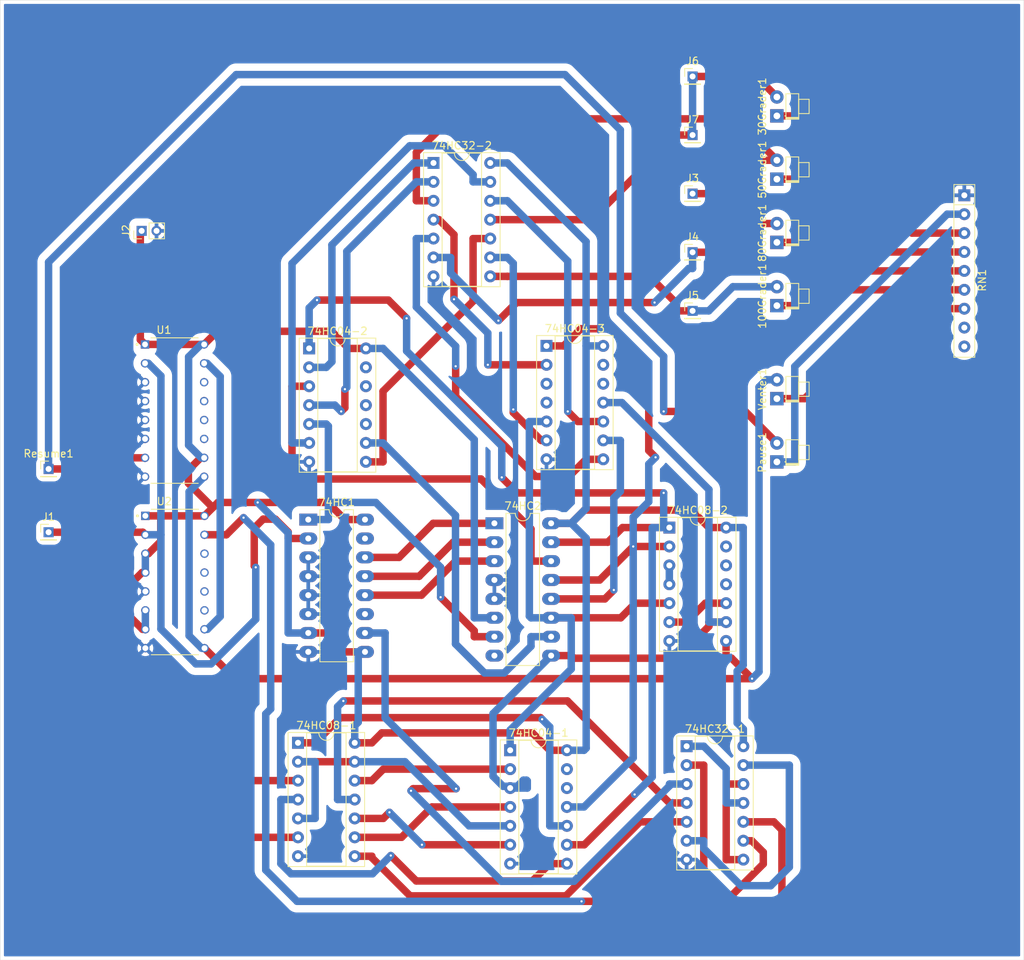
<source format=kicad_pcb>
(kicad_pcb (version 20240108) (generator "pcbnew") (generator_version "8.0")
  (layers (0 "F.Cu" signal) (31 "B.Cu" signal) (34 "B.Paste" user) (35 "F.Paste" user) (36 "B.SilkS" user "B.Silkscreen") (37 "F.SilkS" user "F.Silkscreen") (38 "B.Mask" user) (39 "F.Mask" user) (44 "Edge.Cuts" user))
  (net 0 "")
  (net 1 "/30 C")
  (net 2 "GND")
  (net 3 "/50 C")
  (net 4 "Net-(74HC1-Q2)")
  (net 5 "Net-(74HC1-CET)")
  (net 7 "+5V")
  (net 8 "/Clk 1Hz")
  (net 9 "Net-(74HC1-Q1)")
  (net 10 "Net-(74HC04-2-3A)")
  (net 11 "Net-(74HC1-Q0)")
  (net 13 "Net-(74HC04-1-5A)")
  (net 14 "Net-(74HC04-2-4A)")
  (net 15 "Net-(74HC04-1-4A)")
  (net 16 "Net-(74HC04-1-2A)")
  (net 17 "Net-(74HC04-1-1A)")
  (net 18 "Net-(74HC04-3-4A)")
  (net 19 "Net-(74HC04-2-2A)")
  (net 21 "Net-(74HC04-1-2Y)")
  (net 22 "Net-(74HC04-1-4Y)")
  (net 23 "Net-(74HC04-1-3Y)")
  (net 24 "Net-(74HC04-1-5Y)")
  (net 25 "/komparator input")
  (net 27 "Net-(74HC04-1-1Y)")
  (net 29 "Net-(74HC04-2-4Y)")
  (net 30 "Net-(74HC04-2-1Y)")
  (net 32 "Net-(74HC04-2-2Y)")
  (net 33 "Net-(74HC04-2-3Y)")
  (net 36 "Net-(74HC04-3-5Y)")
  (net 38 "Net-(74HC04-3-4Y)")
  (net 39 "Net-(74HC04-3-1Y)")
  (net 42 "Net-(74HC04-3-3Y)")
  (net 44 "Net-(74HC08-1-1Y)")
  (net 45 "Net-(74HC08-1-3Y)")
  (net 46 "Net-(74HC08-1-4Y)")
  (net 47 "Net-(74HC08-1-2Y)")
  (net 48 "Net-(74HC08-2-2Y)")
  (net 50 "Net-(74HC08-2-1Y)")
  (net 52 "Net-(74HC08-2-3Y)")
  (net 54 "Net-(74HC32-1-1A)")
  (net 55 "Net-(74HC32-1-1B)")
  (net 56 "Net-(74HC32-1-3Y)")
  (net 57 "Net-(74HC32-1-2Y)")
  (net 58 "/80 C")
  (net 59 "/100 C")
  (net 60 "/Resume")
  (net 65 "Net-(U1-TC)")
  (net 70 "Net-(30Grader1-K)")
  (net 71 "Net-(50Grader1-K)")
  (net 72 "Net-(80Grader1-K)")
  (net 73 "Net-(100Grader1-K)")
  (net 74 "Net-(Pause1-K)")
  (net 76 "Net-(RN1-R6)")
  (footprint "SN74HC163N:DIP794W45P254L1969H508Q16" (layer "F.Cu") (at 69.925 99.65)
    (property "Reference" "U1")
    (property "Value" "SN74HC163N")
  )
  (footprint "Connector_PinHeader_2.00mm:PinHeader_1x01_P2.00mm_Vertical" (layer "F.Cu") (at 53 107.5)
    (property "Reference" "Resume1")
    (property "Value" "~")
  )
  (footprint "LED_THT:LED_D1.8mm_W1.8mm_H2.4mm_Horizontal_O1.27mm_Z8.2mm" (layer "F.Cu") (at 150.825 60.05 90)
    (property "Reference" "30Grader1")
    (property "Value" "LED")
  )
  (footprint "Package_DIP:DIP-16_W7.62mm_LongPads" (layer "F.Cu") (at 87.88 114.3)
    (property "Reference" "74HC1")
    (property "Value" "~")
  )
  (footprint "Connector_PinHeader_2.00mm:PinHeader_1x01_P2.00mm_Vertical" (layer "F.Cu") (at 139.5 78.375)
    (property "Reference" "J4")
    (property "Value" "80 Grader")
  )
  (footprint "Package_DIP:DIP-14_W7.62mm_Socket" (layer "F.Cu") (at 88 91.3)
    (property "Reference" "74HC04-2")
    (property "Value" "~")
  )
  (footprint "SN74HC163N:DIP794W45P254L1969H508Q16" (layer "F.Cu") (at 69.97 122.69)
    (property "Reference" "U2")
    (property "Value" "SN74HC163N")
  )
  (footprint "Connector_PinHeader_2.00mm:PinHeader_1x01_P2.00mm_Vertical" (layer "F.Cu") (at 139.5 54.75)
    (property "Reference" "J6")
    (property "Value" "Blæser")
  )
  (footprint "LED_THT:LED_D1.8mm_W1.8mm_H2.4mm_Horizontal_O1.27mm_Z8.2mm" (layer "F.Cu") (at 150.825 106.55 90)
    (property "Reference" "Pause1")
    (property "Value" "LED")
  )
  (footprint "LED_THT:LED_D1.8mm_W1.8mm_H2.4mm_Horizontal_O1.27mm_Z8.2mm" (layer "F.Cu") (at 150.825 98.05 90)
    (property "Reference" "Venter1")
    (property "Value" "LED")
  )
  (footprint "Package_DIP:DIP-14_W7.62mm_Socket" (layer "F.Cu") (at 86.5 144.3)
    (property "Reference" "74HC08-1")
    (property "Value" "~")
  )
  (footprint "Package_DIP:DIP-14_W7.62mm_Socket" (layer "F.Cu") (at 115 145.3)
    (property "Reference" "74HC04-1")
    (property "Value" "~")
  )
  (footprint "Connector_PinHeader_2.00mm:PinHeader_1x01_P2.00mm_Vertical" (layer "F.Cu") (at 139.5 62.625)
    (property "Reference" "J7")
    (property "Value" "30 Grader")
  )
  (footprint "Connector_PinHeader_2.00mm:PinHeader_1x01_P2.00mm_Vertical" (layer "F.Cu") (at 139.5 86.25)
    (property "Reference" "J5")
    (property "Value" "100 grader")
  )
  (footprint "Connector_PinHeader_2.00mm:PinHeader_1x02_P2.00mm_Vertical" (layer "F.Cu") (at 65.5 75.5 90)
    (property "Reference" "J2")
    (property "Value" "Conn_01x02_Pin")
  )
  (footprint "Package_DIP:DIP-14_W7.62mm_Socket" (layer "F.Cu") (at 138.7 144.76)
    (property "Reference" "74HC32-1")
    (property "Value" "~")
  )
  (footprint "Connector_PinHeader_2.00mm:PinHeader_1x01_P2.00mm_Vertical" (layer "F.Cu") (at 139.5 70.5)
    (property "Reference" "J3")
    (property "Value" "50 Grader")
  )
  (footprint "Package_DIP:DIP-16_W7.62mm_LongPads" (layer "F.Cu") (at 112.88 114.8)
    (property "Reference" "74HC2")
    (property "Value" "~")
  )
  (footprint "Package_DIP:DIP-14_W7.62mm_Socket" (layer "F.Cu") (at 136.38 115.375)
    (property "Reference" "74HC08-2")
    (property "Value" "~")
  )
  (footprint "Package_DIP:DIP-14_W7.62mm_Socket" (layer "F.Cu") (at 119.88 90.96)
    (property "Reference" "74HC04-3")
    (property "Value" "~")
  )
  (footprint "LED_THT:LED_D1.8mm_W1.8mm_H2.4mm_Horizontal_O1.27mm_Z8.2mm" (layer "F.Cu") (at 150.825 85.55 90)
    (property "Reference" "100Grader1")
    (property "Value" "LED")
  )
  (footprint "LED_THT:LED_D1.8mm_W1.8mm_H2.4mm_Horizontal_O1.27mm_Z8.2mm" (layer "F.Cu") (at 150.825 68.55 90)
    (property "Reference" "50Grader1")
    (property "Value" "LED")
  )
  (footprint "Connector_PinHeader_2.00mm:PinHeader_1x01_P2.00mm_Vertical" (layer "F.Cu") (at 53 116)
    (property "Reference" "J1")
    (property "Value" "1Hz")
  )
  (footprint "Resistor_THT:R_Array_SIP9" (layer "F.Cu") (at 176 70.72 -90)
    (property "Reference" "RN1")
    (property "Value" "R_Network08")
  )
  (footprint "Package_DIP:DIP-14_W7.62mm_Socket" (layer "F.Cu") (at 104.7 66.375)
    (property "Reference" "74HC32-2")
    (property "Value" "~")
  )
  (footprint "LED_THT:LED_D1.8mm_W1.8mm_H2.4mm_Horizontal_O1.27mm_Z8.2mm" (layer "F.Cu") (at 150.825 77.05 90)
    (property "Reference" "80Grader1")
    (property "Value" "LED")
  )
  (gr_rect (start 46.5 44.5) (end 184 173.5) (stroke (width 0.05)) (fill none) (layer "Edge.Cuts"))
  (segment (start 112.32 73.995) (end 125.9533 73.995) (width 1) (layer "F.Cu") (net 1))
  (segment (start 139.5 62.625) (end 137.3233 62.625) (width 1) (layer "F.Cu") (net 1))
  (segment (start 139.5 54.75) (end 148.065 54.75) (width 1) (layer "F.Cu") (net 1))
  (segment (start 148.065 54.75) (end 150.825 57.51) (width 1) (layer "F.Cu") (net 1))
  (segment (start 125.9533 73.995) (end 137.3233 62.625) (width 1) (layer "F.Cu") (net 1))
  (segment (start 139.5 54.75) (end 139.5 62.625) (width 1) (layer "B.Cu") (net 1))
  (segment (start 102.3983 71.455) (end 102.3983 64.953) (width 1) (layer "F.Cu") (net 3))
  (segment (start 141.6767 70.5) (end 146.1667 66.01) (width 1) (layer "F.Cu") (net 3))
  (segment (start 106.903 60.4483) (end 145.2633 60.4483) (width 1) (layer "F.Cu") (net 3))
  (segment (start 102.3983 64.953) (end 106.903 60.4483) (width 1) (layer "F.Cu") (net 3))
  (segment (start 104.7 71.455) (end 102.3983 71.455) (width 1) (layer "F.Cu") (net 3))
  (segment (start 146.1667 66.01) (end 150.825 66.01) (width 1) (layer "F.Cu") (net 3))
  (segment (start 145.2633 60.4483) (end 150.825 66.01) (width 1) (layer "F.Cu") (net 3))
  (segment (start 139.5 70.5) (end 141.6767 70.5) (width 1) (layer "F.Cu") (net 3))
  (segment (start 103.0944 124.46) (end 95.5 124.46) (width 1) (layer "F.Cu") (net 4))
  (segment (start 107.6744 119.88) (end 103.0944 124.46) (width 1) (layer "F.Cu") (net 4))
  (segment (start 112.88 119.88) (end 107.6744 119.88) (width 1) (layer "F.Cu") (net 4))
  (segment (start 107.7358 150.4638) (end 107.7358 150.4637) (width 1) (layer "F.Cu") (net 5))
  (segment (start 101.6788 150.7471) (end 101.9621 150.4638) (width 1) (layer "F.Cu") (net 5))
  (segment (start 101.9621 150.4638) (end 107.7358 150.4638) (width 1) (layer "F.Cu") (net 5))
  (via (at 107.7358 150.4637) (size 0.6) (drill 0.3) (layers "F.Cu" "B.Cu") (net 5))
  (via (at 101.6788 150.7471) (size 0.6) (drill 0.3) (layers "F.Cu" "B.Cu") (net 5))
  (segment (start 123.5694 162.9068) (end 136.3983 150.0779) (width 1) (layer "B.Cu") (net 5))
  (segment (start 98.2017 140.9296) (end 107.7358 150.4637) (width 1) (layer "B.Cu") (net 5))
  (segment (start 98.2017 129.54) (end 98.2017 140.9296) (width 1) (layer "B.Cu") (net 5))
  (segment (start 113.8385 162.9068) (end 123.5694 162.9068) (width 1) (layer "B.Cu") (net 5))
  (segment (start 136.3983 150.0779) (end 136.3983 149.84) (width 1) (layer "B.Cu") (net 5))
  (segment (start 101.6788 150.7471) (end 113.8385 162.9068) (width 1) (layer "B.Cu") (net 5))
  (segment (start 95.5 129.54) (end 98.2017 129.54) (width 1) (layer "B.Cu") (net 5))
  (segment (start 138.7 149.84) (end 136.3983 149.84) (width 1) (layer "B.Cu") (net 5))
  (segment (start 66 129.04) (end 65.6123 129.04) (width 1) (layer "F.Cu") (net 7))
  (segment (start 73.895 106) (end 73.4239 106) (width 1) (layer "F.Cu") (net 7))
  (segment (start 94.12 144.3) (end 96.4217 144.3) (width 1) (layer "F.Cu") (net 7))
  (segment (start 117.9889 142.9706) (end 120.3183 145.3) (width 1) (layer "F.Cu") (net 7))
  (segment (start 95.5 114.3) (end 92.7983 114.3) (width 1) (layer "F.Cu") (net 7))
  (segment (start 92.7983 114.3) (end 90.4966 111.9983) (width 1) (layer "F.Cu") (net 7))
  (segment (start 87.88 129.54) (end 90.5817 129.54) (width 1) (layer "F.Cu") (net 7))
  (segment (start 65.551 121.42) (end 66 121.42) (width 1) (layer "F.Cu") (net 7))
  (segment (start 91.0149 88.9966) (end 75.6584 88.9966) (width 1) (layer "F.Cu") (net 7))
  (segment (start 144 115.375) (end 141.6983 115.375) (width 1) (layer "F.Cu") (net 7))
  (segment (start 65.955 90.76) (end 68.0217 90.76) (width 1) (layer "F.Cu") (net 7))
  (segment (start 63.9227 127.3504) (end 63.9227 123.0483) (width 1) (layer "F.Cu") (net 7))
  (segment (start 73.895 90.76) (end 68.0217 90.76) (width 1) (layer "F.Cu") (net 7))
  (segment (start 96.4217 144.3) (end 97.7511 142.9706) (width 1) (layer "F.Cu") (net 7))
  (segment (start 120.5 114.8) (end 123.2017 114.8) (width 1) (layer "F.Cu") (net 7))
  (segment (start 68.0667 113.8) (end 68.0667 117.2274) (width 1) (layer "F.Cu") (net 7))
  (segment (start 124.9779 113.0238) (end 139.3471 113.0238) (width 1) (layer "F.Cu") (net 7))
  (segment (start 93.3183 91.3) (end 91.0149 88.9966) (width 1) (layer "F.Cu") (net 7))
  (segment (start 90.4966 111.9983) (end 81.0852 111.9983) (width 1) (layer "F.Cu") (net 7))
  (segment (start 90.5817 129.8634) (end 90.5817 129.54) (width 1) (layer "F.Cu") (net 7))
  (segment (start 66.4141 118.88) (end 66 118.88) (width 1) (layer "F.Cu") (net 7))
  (segment (start 75.0531 112.6869) (end 73.94 113.8) (width 1) (layer "F.Cu") (net 7))
  (segment (start 95.62 91.3) (end 93.3183 91.3) (width 1) (layer "F.Cu") (net 7))
  (segment (start 95.5 132.08) (end 92.7983 132.08) (width 1) (layer "F.Cu") (net 7))
  (segment (start 73.94 113.8) (end 68.0667 113.8) (width 1) (layer "F.Cu") (net 7))
  (segment (start 65.6123 129.04) (end 63.9227 127.3504) (width 1) (layer "F.Cu") (net 7))
  (segment (start 75.6584 88.9966) (end 73.895 90.76) (width 1) (layer "F.Cu") (net 7))
  (segment (start 71.7798 109.4137) (end 75.0531 112.6869) (width 1) (layer "F.Cu") (net 7))
  (segment (start 73.4239 106) (end 71.7798 107.6441) (width 1) (layer "F.Cu") (net 7))
  (segment (start 65.955 90.76) (end 65.325 90.13) (width 1) (layer "F.Cu") (net 7))
  (segment (start 123.2017 114.8) (end 124.9779 113.0238) (width 1) (layer "F.Cu") (net 7))
  (segment (start 92.7983 132.08) (end 90.5817 129.8634) (width 1) (layer "F.Cu") (net 7))
  (segment (start 71.7798 107.6441) (end 71.7798 109.4137) (width 1) (layer "F.Cu") (net 7))
  (segment (start 75.0531 112.6869) (end 75.7417 111.9983) (width 1) (layer "F.Cu") (net 7))
  (segment (start 68.0667 117.2274) (end 66.4141 118.88) (width 1) (layer "F.Cu") (net 7))
  (segment (start 122.62 145.3) (end 120.3183 145.3) (width 1) (layer "F.Cu") (net 7))
  (segment (start 97.7511 142.9706) (end 117.9889 142.9706) (width 1) (layer "F.Cu") (net 7))
  (segment (start 66 113.8) (end 68.0667 113.8) (width 1) (layer "F.Cu") (net 7))
  (segment (start 75.7417 111.9983) (end 81.0852 111.9983) (width 1) (layer "F.Cu") (net 7))
  (segment (start 65.325 90.13) (end 65.325 75.5) (width 1) (layer "F.Cu") (net 7))
  (segment (start 139.3471 113.0238) (end 141.6983 115.375) (width 1) (layer "F.Cu") (net 7))
  (segment (start 63.9227 123.0483) (end 65.551 121.42) (width 1) (layer "F.Cu") (net 7))
  (via (at 81.0852 111.9983) (size 0.6) (drill 0.3) (layers "F.Cu" "B.Cu") (net 7))
  (segment (start 73.4798 90.76) (end 73.895 90.76) (width 1) (layer "B.Cu") (net 7))
  (segment (start 146.3017 133.851) (end 145.4887 134.664) (width 1) (layer "B.Cu") (net 7))
  (segment (start 125.1983 112.8034) (end 123.2017 114.8) (width 1) (layer "B.Cu") (net 7))
  (segment (start 114.6217 66.375) (end 125.1983 76.9516) (width 1) (layer "B.Cu") (net 7))
  (segment (start 95.5 132.08) (end 94.3797 132.08) (width 1) (layer "B.Cu") (net 7))
  (segment (start 123.2002 114.8) (end 125.2104 116.8102) (width 1) (layer "B.Cu") (net 7))
  (segment (start 87.88 129.54) (end 85.1783 129.54) (width 1) (layer "B.Cu") (net 7))
  (segment (start 71.8084 92.4314) (end 73.4798 90.76) (width 1) (layer "B.Cu") (net 7))
  (segment (start 146.32 144.76) (end 146.32 142.4583) (width 1) (layer "B.Cu") (net 7))
  (segment (start 71.8084 104.3006) (end 71.8084 92.4314) (width 1) (layer "B.Cu") (net 7))
  (segment (start 95.62 91.3) (end 97.9217 91.3) (width 1) (layer "B.Cu") (net 7))
  (segment (start 125.2104 145.0113) (end 124.9217 145.3) (width 1) (layer "B.Cu") (net 7))
  (segment (start 94.12 141.9983) (end 94.5928 141.5255) (width 1) (layer "B.Cu") (net 7))
  (segment (start 112.32 66.375) (end 114.6217 66.375) (width 1) (layer "B.Cu") (net 7))
  (segment (start 144 115.375) (end 146.3017 115.375) (width 1) (layer "B.Cu") (net 7))
  (segment (start 125.1983 90.96) (end 125.1983 112.8034) (width 1) (layer "B.Cu") (net 7))
  (segment (start 125.1983 76.9516) (end 125.1983 90.96) (width 1) (layer "B.Cu") (net 7))
  (segment (start 73.895 106) (end 73.5078 106) (width 1) (layer "B.Cu") (net 7))
  (segment (start 123.2002 114.8) (end 123.2017 114.8) (width 1) (layer "B.Cu") (net 7))
  (segment (start 66 129.04) (end 66 126.5) (width 1) (layer "B.Cu") (net 7))
  (segment (start 122.62 145.3) (end 124.9217 145.3) (width 1) (layer "B.Cu") (net 7))
  (segment (start 94.12 144.3) (end 94.12 141.9983) (width 1) (layer "B.Cu") (net 7))
  (segment (start 146.3017 115.375) (end 146.3017 133.851) (width 1) (layer "B.Cu") (net 7))
  (segment (start 94.5928 132.2931) (end 94.3797 132.08) (width 1) (layer "B.Cu") (net 7))
  (segment (start 127.5 90.96) (end 125.1983 90.96) (width 1) (layer "B.Cu") (net 7))
  (segment (start 122.7009 114.8) (end 123.2002 114.8) (width 1) (layer "B.Cu") (net 7))
  (segment (start 110.1783 103.5587) (end 110.1783 127.5) (width 1) (layer "B.Cu") (net 7))
  (segment (start 97.9217 91.3) (end 97.9217 91.3021) (width 1) (layer "B.Cu") (net 7))
  (segment (start 145.4887 134.664) (end 145.4887 141.627) (width 1) (layer "B.Cu") (net 7))
  (segment (start 94.5928 141.5255) (end 94.5928 132.2931) (width 1) (layer "B.Cu") (net 7))
  (segment (start 97.9217 91.3021) (end 110.1783 103.5587) (width 1) (layer "B.Cu") (net 7))
  (segment (start 145.4887 141.627) (end 146.32 142.4583) (width 1) (layer "B.Cu") (net 7))
  (segment (start 73.5078 106) (end 71.8084 104.3006) (width 1) (layer "B.Cu") (net 7))
  (segment (start 85.1783 129.54) (end 85.1783 116.0914) (width 1) (layer "B.Cu") (net 7))
  (segment (start 66 121.42) (end 66 118.88) (width 1) (layer "B.Cu") (net 7))
  (segment (start 85.1783 116.0914) (end 81.0852 111.9983) (width 1) (layer "B.Cu") (net 7))
  (segment (start 120.5 114.8) (end 122.7009 114.8) (width 1) (layer "B.Cu") (net 7))
  (segment (start 125.2104 116.8102) (end 125.2104 145.0113) (width 1) (layer "B.Cu") (net 7))
  (segment (start 112.88 127.5) (end 110.1783 127.5) (width 1) (layer "B.Cu") (net 7))
  (segment (start 85.1783 115.9651) (end 85.1783 116.84) (width 1) (layer "F.Cu") (net 8))
  (segment (start 87.88 116.84) (end 85.1783 116.84) (width 1) (layer "F.Cu") (net 8))
  (segment (start 80.8253 120.7171) (end 80.6244 120.5162) (width 1) (layer "F.Cu") (net 8))
  (segment (start 65.66 116) (end 66 116.34) (width 1) (layer "F.Cu") (net 8))
  (segment (start 83.4565 114.2433) (end 85.1783 115.9651) (width 1) (layer "F.Cu") (net 8))
  (segment (start 80.6244 115.4349) (end 81.816 114.2433) (width 1) (layer "F.Cu") (net 8))
  (segment (start 80.6244 120.5162) (end 80.6244 115.4349) (width 1) (layer "F.Cu") (net 8))
  (segment (start 81.816 114.2433) (end 83.4565 114.2433) (width 1) (layer "F.Cu") (net 8))
  (segment (start 53 116) (end 65.66 116) (width 1) (layer "F.Cu") (net 8))
  (via (at 80.8253 120.7171) (size 0.6) (drill 0.3) (layers "F.Cu" "B.Cu") (net 8))
  (segment (start 80.8253 127.6943) (end 74.8276 133.692) (width 1) (layer "B.Cu") (net 8))
  (segment (start 72.7815 133.692) (end 68.0895 129) (width 1) (layer "B.Cu") (net 8))
  (segment (start 74.8276 133.692) (end 72.7815 133.692) (width 1) (layer "B.Cu") (net 8))
  (segment (start 68.0895 129) (end 68.0895 116.34) (width 1) (layer "B.Cu") (net 8))
  (segment (start 68.0895 116.34) (end 68.0895 94.9941) (width 1) (layer "B.Cu") (net 8))
  (segment (start 80.8253 120.7171) (end 80.8253 127.6943) (width 1) (layer "B.Cu") (net 8))
  (segment (start 66.3954 93.3) (end 65.955 93.3) (width 1) (layer "B.Cu") (net 8))
  (segment (start 66 116.34) (end 68.0895 116.34) (width 1) (layer "B.Cu") (net 8))
  (segment (start 68.0895 94.9941) (end 66.3954 93.3) (width 1) (layer "B.Cu") (net 8))
  (segment (start 107.3578 117.34) (end 112.88 117.34) (width 1) (layer "F.Cu") (net 9))
  (segment (start 102.7778 121.92) (end 107.3578 117.34) (width 1) (layer "F.Cu") (net 9))
  (segment (start 95.5 121.92) (end 102.7778 121.92) (width 1) (layer "F.Cu") (net 9))
  (segment (start 110.1783 129.2526) (end 105.6554 124.7297) (width 1) (layer "F.Cu") (net 10))
  (segment (start 110.1783 130.04) (end 110.1783 129.2526) (width 1) (layer "F.Cu") (net 10))
  (segment (start 112.88 130.04) (end 110.1783 130.04) (width 1) (layer "F.Cu") (net 10))
  (via (at 105.6554 124.7297) (size 0.6) (drill 0.3) (layers "F.Cu" "B.Cu") (net 10))
  (segment (start 96.9415 111.9966) (end 90.5817 111.9966) (width 1) (layer "B.Cu") (net 10))
  (segment (start 87.88 114.3) (end 90.5817 114.3) (width 1) (layer "B.Cu") (net 10))
  (segment (start 105.6554 124.7297) (end 105.6554 120.7105) (width 1) (layer "B.Cu") (net 10))
  (segment (start 105.6554 120.7105) (end 96.9415 111.9966) (width 1) (layer "B.Cu") (net 10))
  (segment (start 90.5817 114.3) (end 90.5817 111.9966) (width 1) (layer "B.Cu") (net 10))
  (segment (start 90.5817 111.9966) (end 90.5817 101.74) (width 1) (layer "B.Cu") (net 10))
  (segment (start 88 101.46) (end 90.3017 101.46) (width 1) (layer "B.Cu") (net 10))
  (segment (start 90.5817 101.74) (end 90.3017 101.46) (width 1) (layer "B.Cu") (net 10))
  (segment (start 104.6603 114.8) (end 112.88 114.8) (width 1) (layer "F.Cu") (net 11))
  (segment (start 95.5 119.38) (end 100.0803 119.38) (width 1) (layer "F.Cu") (net 11))
  (segment (start 100.0803 119.38) (end 104.6603 114.8) (width 1) (layer "F.Cu") (net 11))
  (segment (start 131.5281 117.915) (end 136.38 117.915) (width 1) (layer "F.Cu") (net 13))
  (segment (start 127.0231 122.42) (end 131.5281 117.915) (width 1) (layer "F.Cu") (net 13))
  (segment (start 122.1817 90.96) (end 124.4845 88.6572) (width 1) (layer "F.Cu") (net 13))
  (segment (start 124.4845 88.6572) (end 128.4841 88.6572) (width 1) (layer "F.Cu") (net 13))
  (segment (start 133.6153 105.0182) (end 134.529 105.9319) (width 1) (layer "F.Cu") (net 13))
  (segment (start 120.5 122.42) (end 127.0231 122.42) (width 1) (layer "F.Cu") (net 13))
  (segment (start 133.6153 93.7884) (end 133.6153 105.0182) (width 1) (layer "F.Cu") (net 13))
  (segment (start 119.88 90.96) (end 122.1817 90.96) (width 1) (layer "F.Cu") (net 13))
  (segment (start 128.4841 88.6572) (end 133.6153 93.7884) (width 1) (layer "F.Cu") (net 13))
  (via (at 131.5281 117.915) (size 0.6) (drill 0.3) (layers "F.Cu" "B.Cu") (net 13))
  (via (at 134.529 105.9319) (size 0.6) (drill 0.3) (layers "F.Cu" "B.Cu") (net 13))
  (segment (start 133.6153 111.8959) (end 131.5281 113.9831) (width 1) (layer "B.Cu") (net 13))
  (segment (start 131.5281 146.3136) (end 131.5281 117.915) (width 1) (layer "B.Cu") (net 13))
  (segment (start 124.9217 152.92) (end 131.5281 146.3136) (width 1) (layer "B.Cu") (net 13))
  (segment (start 134.529 105.9319) (end 133.6153 106.8456) (width 1) (layer "B.Cu") (net 13))
  (segment (start 133.6153 106.8456) (end 133.6153 111.8959) (width 1) (layer "B.Cu") (net 13))
  (segment (start 131.5281 113.9831) (end 131.5281 117.915) (width 1) (layer "B.Cu") (net 13))
  (segment (start 122.62 152.92) (end 124.9217 152.92) (width 1) (layer "B.Cu") (net 13))
  (segment (start 107.6571 113.7354) (end 97.9217 104) (width 1) (layer "B.Cu") (net 14))
  (segment (start 117.7983 130.04) (end 117.7983 131.3215) (width 1) (layer "B.Cu") (net 14))
  (segment (start 107.6571 131.0139) (end 107.6571 113.7354) (width 1) (layer "B.Cu") (net 14))
  (segment (start 111.5621 134.9189) (end 107.6571 131.0139) (width 1) (layer "B.Cu") (net 14))
  (segment (start 117.7983 131.3215) (end 114.2009 134.9189) (width 1) (layer "B.Cu") (net 14))
  (segment (start 114.2009 134.9189) (end 111.5621 134.9189) (width 1) (layer "B.Cu") (net 14))
  (segment (start 95.62 104) (end 97.9217 104) (width 1) (layer "B.Cu") (net 14))
  (segment (start 120.5 130.04) (end 117.7983 130.04) (width 1) (layer "B.Cu") (net 14))
  (segment (start 135.617 110.7156) (end 115.9559 110.7156) (width 1) (layer "F.Cu") (net 15))
  (segment (start 98.6409 84.8023) (end 89.0554 84.8023) (width 1) (layer "F.Cu") (net 15))
  (segment (start 128.1221 117.34) (end 130.0871 115.375) (width 1) (layer "F.Cu") (net 15))
  (segment (start 120.5 117.34) (end 128.1221 117.34) (width 1) (layer "F.Cu") (net 15))
  (segment (start 124.9561 158) (end 131.7148 151.2413) (width 1) (layer "F.Cu") (net 15))
  (segment (start 130.0871 115.375) (end 136.38 115.375) (width 1) (layer "F.Cu") (net 15))
  (segment (start 115.9559 110.7156) (end 113.8698 108.6295) (width 1) (layer "F.Cu") (net 15))
  (segment (start 122.62 158) (end 124.9561 158) (width 1) (layer "F.Cu") (net 15))
  (segment (start 101.0907 87.2521) (end 98.6409 84.8023) (width 1) (layer "F.Cu") (net 15))
  (via (at 131.7148 151.2413) (size 0.6) (drill 0.3) (layers "F.Cu" "B.Cu") (net 15))
  (via (at 113.8698 108.6295) (size 0.6) (drill 0.3) (layers "F.Cu" "B.Cu") (net 15))
  (via (at 135.617 110.7156) (size 0.6) (drill 0.3) (layers "F.Cu" "B.Cu") (net 15))
  (via (at 101.0907 87.2521) (size 0.6) (drill 0.3) (layers "F.Cu" "B.Cu") (net 15))
  (via (at 89.0554 84.8023) (size 0.6) (drill 0.3) (layers "F.Cu" "B.Cu") (net 15))
  (segment (start 113.8698 108.6295) (end 113.8698 104.4194) (width 1) (layer "B.Cu") (net 15))
  (segment (start 136.38 115.375) (end 135.2292 115.375) (width 1) (layer "B.Cu") (net 15))
  (segment (start 88 85.8577) (end 88 91.3) (width 1) (layer "B.Cu") (net 15))
  (segment (start 134.0783 148.8778) (end 134.0783 115.375) (width 1) (layer "B.Cu") (net 15))
  (segment (start 135.2292 115.375) (end 135.617 114.9872) (width 1) (layer "B.Cu") (net 15))
  (segment (start 135.617 114.9872) (end 135.617 110.7156) (width 1) (layer "B.Cu") (net 15))
  (segment (start 101.0907 91.6403) (end 101.0907 87.2521) (width 1) (layer "B.Cu") (net 15))
  (segment (start 89.0554 84.8023) (end 88 85.8577) (width 1) (layer "B.Cu") (net 15))
  (segment (start 135.2292 115.375) (end 134.0783 115.375) (width 1) (layer "B.Cu") (net 15))
  (segment (start 113.8698 104.4194) (end 101.0907 91.6403) (width 1) (layer "B.Cu") (net 15))
  (segment (start 131.7148 151.2413) (end 134.0783 148.8778) (width 1) (layer "B.Cu") (net 15))
  (segment (start 144 128.075) (end 141.6983 128.075) (width 1) (layer "F.Cu") (net 16))
  (segment (start 141.6983 128.075) (end 141.6983 128.636) (width 1) (layer "F.Cu") (net 16))
  (segment (start 137.4025 132.9318) (end 123.5535 132.9318) (width 1) (layer "F.Cu") (net 16))
  (segment (start 120.5 132.58) (end 123.2017 132.58) (width 1) (layer "F.Cu") (net 16))
  (segment (start 141.6983 128.636) (end 137.4025 132.9318) (width 1) (layer "F.Cu") (net 16))
  (segment (start 123.5535 132.9318) (end 123.2017 132.58) (width 1) (layer "F.Cu") (net 16))
  (segment (start 115.9534 150.1417) (end 116.7787 149.3164) (width 1) (layer "B.Cu") (net 16))
  (segment (start 144 128.075) (end 141.6983 128.075) (width 1) (layer "B.Cu") (net 16))
  (segment (start 112.6983 140.3817) (end 112.6983 148.7934) (width 1) (layer "B.Cu") (net 16))
  (segment (start 112.6983 148.7934) (end 114.0466 150.1417) (width 1) (layer "B.Cu") (net 16))
  (segment (start 115 150.38) (end 117.3017 150.38) (width 1) (layer "B.Cu") (net 16))
  (segment (start 120.5 132.58) (end 112.6983 140.3817) (width 1) (layer "B.Cu") (net 16))
  (segment (start 130.008 98.58) (end 129.8017 98.58) (width 1) (layer "B.Cu") (net 16))
  (segment (start 141.6983 110.2703) (end 130.008 98.58) (width 1) (layer "B.Cu") (net 16))
  (segment (start 141.6983 128.075) (end 141.6983 110.2703) (width 1) (layer "B.Cu") (net 16))
  (segment (start 117.3017 149.4254) (end 117.3017 150.38) (width 1) (layer "B.Cu") (net 16))
  (segment (start 127.5 98.58) (end 129.8017 98.58) (width 1) (layer "B.Cu") (net 16))
  (segment (start 116.7787 149.3164) (end 117.1927 149.3164) (width 1) (layer "B.Cu") (net 16))
  (segment (start 117.1927 149.3164) (end 117.3017 149.4254) (width 1) (layer "B.Cu") (net 16))
  (segment (start 114.0466 150.1417) (end 115.9534 150.1417) (width 1) (layer "B.Cu") (net 16))
  (segment (start 129.8571 127.5) (end 131.8221 125.535) (width 1) (layer "F.Cu") (net 17))
  (segment (start 131.8221 125.535) (end 136.38 125.535) (width 1) (layer "F.Cu") (net 17))
  (segment (start 120.5 127.5) (end 129.8571 127.5) (width 1) (layer "F.Cu") (net 17))
  (segment (start 120.6508 127.5) (end 123.2017 127.5) (width 1) (layer "B.Cu") (net 17))
  (segment (start 117.5783 127.28) (end 117.5783 101.12) (width 1) (layer "B.Cu") (net 17))
  (segment (start 123.2017 134.3793) (end 115 142.581) (width 1) (layer "B.Cu") (net 17))
  (segment (start 117.7983 127.5) (end 117.5783 127.28) (width 1) (layer "B.Cu") (net 17))
  (segment (start 119.88 101.12) (end 117.5783 101.12) (width 1) (layer "B.Cu") (net 17))
  (segment (start 120.5 127.5) (end 117.7983 127.5) (width 1) (layer "B.Cu") (net 17))
  (segment (start 123.2017 127.5) (end 123.2017 134.3793) (width 1) (layer "B.Cu") (net 17))
  (segment (start 120.6508 127.5) (end 120.5 127.5) (width 1) (layer "B.Cu") (net 17))
  (segment (start 115 142.581) (end 115 145.3) (width 1) (layer "B.Cu") (net 17))
  (segment (start 127.7239 124.96) (end 128.9222 123.7617) (width 1) (layer "F.Cu") (net 18))
  (segment (start 120.5 124.96) (end 127.7239 124.96) (width 1) (layer "F.Cu") (net 18))
  (via (at 128.9222 123.7617) (size 0.6) (drill 0.3) (layers "F.Cu" "B.Cu") (net 18))
  (segment (start 129.8017 110.507) (end 128.9222 111.3865) (width 1) (layer "B.Cu") (net 18))
  (segment (start 128.9222 111.3865) (end 128.9222 123.7617) (width 1) (layer "B.Cu") (net 18))
  (segment (start 129.8017 103.66) (end 129.8017 110.507) (width 1) (layer "B.Cu") (net 18))
  (segment (start 127.5 103.66) (end 129.8017 103.66) (width 1) (layer "B.Cu") (net 18))
  (segment (start 111.0782 108.8417) (end 87.0466 108.8417) (width 1) (layer "F.Cu") (net 19))
  (segment (start 87.0466 108.8417) (end 85.6983 107.4934) (width 1) (layer "F.Cu") (net 19))
  (segment (start 117.7983 115.5618) (end 111.0782 108.8417) (width 1) (layer "F.Cu") (net 19))
  (segment (start 85.6983 107.4934) (end 85.6983 96.38) (width 1) (layer "F.Cu") (net 19))
  (segment (start 88 96.38) (end 85.6983 96.38) (width 1) (layer "F.Cu") (net 19))
  (segment (start 117.7983 119.88) (end 117.7983 115.5618) (width 1) (layer "F.Cu") (net 19))
  (segment (start 120.5 119.88) (end 117.7983 119.88) (width 1) (layer "F.Cu") (net 19))
  (segment (start 100.4136 157) (end 94.12 157) (width 1) (layer "F.Cu") (net 21))
  (segment (start 104.4936 152.92) (end 100.4136 157) (width 1) (layer "F.Cu") (net 21))
  (segment (start 115 152.92) (end 104.4936 152.92) (width 1) (layer "F.Cu") (net 21))
  (segment (start 117.9913 162.867) (end 120.3183 160.54) (width 1) (layer "F.Cu") (net 22))
  (segment (start 102.3835 162.867) (end 117.9913 162.867) (width 1) (layer "F.Cu") (net 22))
  (segment (start 122.62 160.54) (end 120.3183 160.54) (width 1) (layer "F.Cu") (net 22))
  (segment (start 98.9638 159.4473) (end 102.3835 162.867) (width 1) (layer "F.Cu") (net 22))
  (via (at 98.9638 159.4473) (size 0.6) (drill 0.3) (layers "F.Cu" "B.Cu") (net 22))
  (segment (start 84.1983 160.538) (end 85.5628 161.9025) (width 1) (layer "B.Cu") (net 22))
  (segment (start 84.1983 151.92) (end 84.1983 160.538) (width 1) (layer "B.Cu") (net 22))
  (segment (start 86.5 151.92) (end 84.1983 151.92) (width 1) (layer "B.Cu") (net 22))
  (segment (start 85.5628 161.9025) (end 96.5086 161.9025) (width 1) (layer "B.Cu") (net 22))
  (segment (start 96.5086 161.9025) (end 98.9638 159.4473) (width 1) (layer "B.Cu") (net 22))
  (segment (start 97.9653 154.46) (end 98.7863 153.639) (width 1) (layer "F.Cu") (net 23))
  (segment (start 94.12 154.46) (end 97.9653 154.46) (width 1) (layer "F.Cu") (net 23))
  (segment (start 115 158) (end 103.1473 158) (width 1) (layer "F.Cu") (net 23))
  (via (at 98.7863 153.639) (size 0.6) (drill 0.3) (layers "F.Cu" "B.Cu") (net 23))
  (via (at 103.1473 158) (size 0.6) (drill 0.3) (layers "F.Cu" "B.Cu") (net 23))
  (segment (start 98.7863 153.639) (end 103.1473 158) (width 1) (layer "B.Cu") (net 23))
  (segment (start 88.8017 144.3) (end 92.1826 140.9191) (width 1) (layer "F.Cu") (net 24))
  (segment (start 119.071 140.9191) (end 119.2875 141.1356) (width 1) (layer "F.Cu") (net 24))
  (segment (start 92.1826 140.9191) (end 119.071 140.9191) (width 1) (layer "F.Cu") (net 24))
  (segment (start 86.5 144.3) (end 88.8017 144.3) (width 1) (layer "F.Cu") (net 24))
  (via (at 119.2875 141.1356) (size 0.6) (drill 0.3) (layers "F.Cu" "B.Cu") (net 24))
  (segment (start 120.3183 155.46) (end 120.3183 142.1664) (width 1) (layer "B.Cu") (net 24))
  (segment (start 120.3183 142.1664) (end 119.2875 141.1356) (width 1) (layer "B.Cu") (net 24))
  (segment (start 122.62 155.46) (end 120.3183 155.46) (width 1) (layer "B.Cu") (net 24))
  (segment (start 94.12 146.84) (end 86.5 146.84) (width 1) (layer "F.Cu") (net 25))
  (segment (start 109.4866 155.46) (end 100.8666 146.84) (width 1) (layer "B.Cu") (net 25))
  (segment (start 100.8666 146.84) (end 94.12 146.84) (width 1) (layer "B.Cu") (net 25))
  (segment (start 86.5 154.46) (end 88.8017 154.46) (width 1) (layer "B.Cu") (net 25))
  (segment (start 86.5 146.84) (end 88.8017 146.84) (width 1) (layer "B.Cu") (net 25))
  (segment (start 88.8017 154.46) (end 88.8017 146.84) (width 1) (layer "B.Cu") (net 25))
  (segment (start 115 155.46) (end 109.4866 155.46) (width 1) (layer "B.Cu") (net 25))
  (segment (start 97.9617 147.84) (end 96.4217 149.38) (width 1) (layer "F.Cu") (net 27))
  (segment (start 115 147.84) (end 97.9617 147.84) (width 1) (layer "F.Cu") (net 27))
  (segment (start 94.12 149.38) (end 96.4217 149.38) (width 1) (layer "F.Cu") (net 27))
  (segment (start 112.32 76.535) (end 110.0183 76.535) (width 1) (layer "F.Cu") (net 29))
  (segment (start 110.0183 84.9589) (end 110.0183 76.535) (width 1) (layer "F.Cu") (net 29))
  (segment (start 97.9217 106.54) (end 97.9217 97.0555) (width 1) (layer "F.Cu") (net 29))
  (segment (start 95.62 106.54) (end 97.9217 106.54) (width 1) (layer "F.Cu") (net 29))
  (segment (start 97.9217 97.0555) (end 110.0183 84.9589) (width 1) (layer "F.Cu") (net 29))
  (segment (start 91.0571 77.385) (end 102.0671 66.375) (width 1) (layer "B.Cu") (net 30))
  (segment (start 88 93.84) (end 90.3017 93.84) (width 1) (layer "B.Cu") (net 30))
  (segment (start 91.0571 93.0846) (end 91.0571 77.385) (width 1) (layer "B.Cu") (net 30))
  (segment (start 102.0671 66.375) (end 104.7 66.375) (width 1) (layer "B.Cu") (net 30))
  (segment (start 90.3017 93.84) (end 91.0571 93.0846) (width 1) (layer "B.Cu") (net 30))
  (segment (start 92.7993 96.7739) (end 92.7993 99.2709) (width 1) (layer "F.Cu") (net 32))
  (segment (start 92.7993 99.2709) (end 92.3034 99.7668) (width 1) (layer "F.Cu") (net 32))
  (via (at 92.7993 96.7739) (size 0.6) (drill 0.3) (layers "F.Cu" "B.Cu") (net 32))
  (via (at 92.3034 99.7668) (size 0.6) (drill 0.3) (layers "F.Cu" "B.Cu") (net 32))
  (segment (start 104.7 68.915) (end 102.3983 68.915) (width 1) (layer "B.Cu") (net 32))
  (segment (start 88 98.92) (end 91.4566 98.92) (width 1) (layer "B.Cu") (net 32))
  (segment (start 93.0588 78.2545) (end 102.3983 68.915) (width 1) (layer "B.Cu") (net 32))
  (segment (start 92.7993 96.7739) (end 93.0588 96.5144) (width 1) (layer "B.Cu") (net 32))
  (segment (start 93.0588 96.5144) (end 93.0588 78.2545) (width 1) (layer "B.Cu") (net 32))
  (segment (start 91.4566 98.92) (end 92.3034 99.7668) (width 1) (layer "B.Cu") (net 32))
  (segment (start 110.0183 68.915) (end 110.0183 67.9497) (width 1) (layer "B.Cu") (net 33))
  (segment (start 110.0183 67.9497) (end 106.1376 64.069) (width 1) (layer "B.Cu") (net 33))
  (segment (start 101.5089 64.069) (end 85.6983 79.8796) (width 1) (layer "B.Cu") (net 33))
  (segment (start 85.6983 79.8796) (end 85.6983 104) (width 1) (layer "B.Cu") (net 33))
  (segment (start 106.1376 64.069) (end 101.5089 64.069) (width 1) (layer "B.Cu") (net 33))
  (segment (start 112.32 68.915) (end 110.0183 68.915) (width 1) (layer "B.Cu") (net 33))
  (segment (start 88 104) (end 85.6983 104) (width 1) (layer "B.Cu") (net 33))
  (segment (start 127.5 101.12) (end 124.0875 101.12) (width 1) (layer "F.Cu") (net 36))
  (segment (start 124.0875 101.12) (end 122.7343 99.7668) (width 1) (layer "F.Cu") (net 36))
  (via (at 122.7343 99.7668) (size 0.6) (drill 0.3) (layers "F.Cu" "B.Cu") (net 36))
  (segment (start 122.7343 79.5676) (end 114.6217 71.455) (width 1) (layer "B.Cu") (net 36))
  (segment (start 112.32 71.455) (end 114.6217 71.455) (width 1) (layer "B.Cu") (net 36))
  (segment (start 122.7343 99.7668) (end 122.7343 79.5676) (width 1) (layer "B.Cu") (net 36))
  (segment (start 127.5 106.2) (end 125.1983 106.2) (width 1) (layer "F.Cu") (net 38))
  (segment (start 122.8852 108.5131) (end 118.4206 108.5131) (width 1) (layer "F.Cu") (net 38))
  (segment (start 118.4206 108.5131) (end 107.6782 97.7707) (width 1) (layer "F.Cu") (net 38))
  (segment (start 107.6782 97.7707) (end 107.6782 93.6925) (width 1) (layer "F.Cu") (net 38))
  (segment (start 125.1983 106.2) (end 122.8852 108.5131) (width 1) (layer "F.Cu") (net 38))
  (via (at 107.6782 93.6925) (size 0.6) (drill 0.3) (layers "F.Cu" "B.Cu") (net 38))
  (segment (start 102.3983 76.535) (end 102.3983 85.7289) (width 1) (layer "B.Cu") (net 38))
  (segment (start 102.3983 85.7289) (end 107.6782 91.0088) (width 1) (layer "B.Cu") (net 38))
  (segment (start 107.6782 91.0088) (end 107.6782 93.6925) (width 1) (layer "B.Cu") (net 38))
  (segment (start 104.7 76.535) (end 102.3983 76.535) (width 1) (layer "B.Cu") (net 38))
  (segment (start 105.4317 73.995) (end 104.7 73.995) (width 1) (layer "F.Cu") (net 39))
  (segment (start 107.4534 76.0167) (end 105.4317 73.995) (width 1) (layer "F.Cu") (net 39))
  (segment (start 107.4534 84.6929) (end 107.4534 76.0167) (width 1) (layer "F.Cu") (net 39))
  (segment (start 112 93.5) (end 119.88 93.5) (width 1) (layer "F.Cu") (net 39))
  (via (at 107.4534 84.6929) (size 0.6) (drill 0.3) (layers "F.Cu" "B.Cu") (net 39))
  (via (at 112 93.5) (size 0.6) (drill 0.3) (layers "F.Cu" "B.Cu") (net 39))
  (segment (start 112 93.5) (end 112 89.2395) (width 1) (layer "B.Cu") (net 39))
  (segment (start 112 89.2395) (end 107.4534 84.6929) (width 1) (layer "B.Cu") (net 39))
  (segment (start 119.167308 103.66) (end 119.88 103.66) (width 1) (layer "F.Cu") (net 42))
  (segment (start 115.4186 99.911292) (end 119.167308 103.66) (width 1) (layer "F.Cu") (net 42))
  (segment (start 115.4186 99.5) (end 115.4186 99.911292) (width 1) (layer "F.Cu") (net 42))
  (via (at 115.4186 99.5) (size 0.6) (drill 0.3) (layers "F.Cu" "B.Cu") (net 42))
  (segment (start 115.4186 99.5) (end 115.4186 79.8719) (width 1) (layer "B.Cu") (net 42))
  (segment (start 114.6217 79.075) (end 112.32 79.075) (width 1) (layer "B.Cu") (net 42))
  (segment (start 115.4186 79.8719) (end 114.6217 79.075) (width 1) (layer "B.Cu") (net 42))
  (segment (start 73.5 150.5) (end 74.62 149.38) (width 1) (layer "F.Cu") (net 44))
  (segment (start 146.32 154.92) (end 150.42 154.92) (width 1) (layer "F.Cu") (net 44))
  (segment (start 84 171.5) (end 73.5 161) (width 1) (layer "F.Cu") (net 44))
  (segment (start 150.42 154.92) (end 151.5 156) (width 1) (layer "F.Cu") (net 44))
  (segment (start 74.62 149.38) (end 86.5 149.38) (width 1) (layer "F.Cu") (net 44))
  (segment (start 151.5 156) (end 151.5 165) (width 1) (layer "F.Cu") (net 44))
  (segment (start 145 171.5) (end 84 171.5) (width 1) (layer "F.Cu") (net 44))
  (segment (start 151.5 165) (end 145 171.5) (width 1) (layer "F.Cu") (net 44))
  (segment (start 73.5 161) (end 73.5 150.5) (width 1) (layer "F.Cu") (net 44))
  (segment (start 96.4217 159.736) (end 96.4217 159.54) (width 1) (layer "F.Cu") (net 45))
  (segment (start 138.7 154.92) (end 132.4371 154.92) (width 1) (layer "F.Cu") (net 45))
  (segment (start 94.12 159.54) (end 96.4217 159.54) (width 1) (layer "F.Cu") (net 45))
  (segment (start 132.4371 154.92) (end 122.4884 164.8687) (width 1) (layer "F.Cu") (net 45))
  (segment (start 122.4884 164.8687) (end 101.5544 164.8687) (width 1) (layer "F.Cu") (net 45))
  (segment (start 101.5544 164.8687) (end 96.4217 159.736) (width 1) (layer "F.Cu") (net 45))
  (segment (start 92.5911 138.6745) (end 122.6928 138.6745) (width 1) (layer "F.Cu") (net 46))
  (segment (start 122.6928 138.6745) (end 136.3983 152.38) (width 1) (layer "F.Cu") (net 46))
  (segment (start 138.7 152.38) (end 136.3983 152.38) (width 1) (layer "F.Cu") (net 46))
  (via (at 92.5911 138.6745) (size 0.6) (drill 0.3) (layers "F.Cu" "B.Cu") (net 46))
  (segment (start 94.12 151.92) (end 91.8183 151.92) (width 1) (layer "B.Cu") (net 46))
  (segment (start 91.8183 151.92) (end 91.8183 139.4473) (width 1) (layer "B.Cu") (net 46))
  (segment (start 91.8183 139.4473) (end 92.5911 138.6745) (width 1) (layer "B.Cu") (net 46))
  (segment (start 83.835786 167.835786) (end 75.5 159.5) (width 1) (layer "F.Cu") (net 47))
  (segment (start 76.5 157) (end 86.5 157) (width 1) (layer "F.Cu") (net 47))
  (segment (start 75.5 159.5) (end 75.5 158) (width 1) (layer "F.Cu") (net 47))
  (segment (start 141.736906 167.835786) (end 83.835786 167.835786) (width 1) (layer "F.Cu") (net 47))
  (segment (start 149 160.572692) (end 141.736906 167.835786) (width 1) (layer "F.Cu") (net 47))
  (segment (start 75.5 158) (end 76.5 157) (width 1) (layer "F.Cu") (net 47))
  (segment (start 149 159.00863) (end 149 160.572692) (width 1) (layer "F.Cu") (net 47))
  (segment (start 147.45137 157.46) (end 149 159.00863) (width 1) (layer "F.Cu") (net 47))
  (segment (start 146.32 157.46) (end 147.45137 157.46) (width 1) (layer "F.Cu") (net 47))
  (segment (start 141.2217 125.535) (end 138.6817 128.075) (width 1) (layer "F.Cu") (net 48))
  (segment (start 144 125.535) (end 141.2217 125.535) (width 1) (layer "F.Cu") (net 48))
  (segment (start 136.38 128.075) (end 138.6817 128.075) (width 1) (layer "F.Cu") (net 48))
  (segment (start 136.38 122.995) (end 136.38 120.455) (width 1) (layer "B.Cu") (net 50))
  (segment (start 73.94 131.58) (end 78.0416 135.6816) (width 1) (layer "F.Cu") (net 52))
  (segment (start 144.7255 132.9167) (end 147.4904 135.6816) (width 1) (layer "F.Cu") (net 52))
  (segment (start 144 130.615) (end 144 132.9167) (width 1) (layer "F.Cu") (net 52))
  (segment (start 78.0416 135.6816) (end 147.4904 135.6816) (width 1) (layer "F.Cu") (net 52))
  (segment (start 144 132.9167) (end 144.7255 132.9167) (width 1) (layer "F.Cu") (net 52))
  (via (at 147.4904 135.6816) (size 0.6) (drill 0.3) (layers "F.Cu" "B.Cu") (net 52))
  (segment (start 71.8733 110.5617) (end 71.8733 129.8998) (width 1) (layer "B.Cu") (net 52))
  (segment (start 149.3999 95.51) (end 148.4233 96.4866) (width 1) (layer "B.Cu") (net 52))
  (segment (start 148.4233 134.7487) (end 147.4904 135.6816) (width 1) (layer "B.Cu") (net 52))
  (segment (start 71.8733 129.8998) (end 73.5535 131.58) (width 1) (layer "B.Cu") (net 52))
  (segment (start 150.825 95.51) (end 149.3999 95.51) (width 1) (layer "B.Cu") (net 52))
  (segment (start 148.4233 96.4866) (end 148.4233 134.7487) (width 1) (layer "B.Cu") (net 52))
  (segment (start 73.5535 131.58) (end 73.94 131.58) (width 1) (layer "B.Cu") (net 52))
  (segment (start 73.895 108.54) (end 71.8733 110.5617) (width 1) (layer "B.Cu") (net 52))
  (segment (start 146.32 152.38) (end 144.0183 152.38) (width 1) (layer "B.Cu") (net 54))
  (segment (start 144.0183 147.7766) (end 141.0017 144.76) (width 1) (layer "B.Cu") (net 54))
  (segment (start 144.0183 152.38) (end 144.0183 147.7766) (width 1) (layer "B.Cu") (net 54))
  (segment (start 138.7 144.76) (end 141.0017 144.76) (width 1) (layer "B.Cu") (net 54))
  (segment (start 136.3584 165.603) (end 124.5848 165.603) (width 1) (layer "F.Cu") (net 55))
  (segment (start 141.0017 147.3) (end 141.0017 160.9597) (width 1) (layer "F.Cu") (net 55))
  (segment (start 141.0017 160.9597) (end 136.3584 165.603) (width 1) (layer "F.Cu") (net 55))
  (segment (start 76.8886 116.34) (end 79.1875 114.0411) (width 1) (layer "F.Cu") (net 55))
  (segment (start 73.94 116.34) (end 76.8886 116.34) (width 1) (layer "F.Cu") (net 55))
  (segment (start 138.7 147.3) (end 141.0017 147.3) (width 1) (layer "F.Cu") (net 55))
  (via (at 79.1875 114.0411) (size 0.6) (drill 0.3) (layers "F.Cu" "B.Cu") (net 55))
  (via (at 124.5848 165.603) (size 0.6) (drill 0.3) (layers "F.Cu" "B.Cu") (net 55))
  (segment (start 82.1661 140.4185) (end 82.8328 139.7518) (width 1) (layer "B.Cu") (net 55))
  (segment (start 82.8328 117.6864) (end 79.1875 114.0411) (width 1) (layer "B.Cu") (net 55))
  (segment (start 86.3774 165.603) (end 82.1661 161.3917) (width 1) (layer "B.Cu") (net 55))
  (segment (start 124.5848 165.603) (end 86.3774 165.603) (width 1) (layer "B.Cu") (net 55))
  (segment (start 82.8328 139.7518) (end 82.8328 117.6864) (width 1) (layer "B.Cu") (net 55))
  (segment (start 82.1661 161.3917) (end 82.1661 140.4185) (width 1) (layer "B.Cu") (net 55))
  (segment (start 144.0183 149.84) (end 144.0183 160) (width 1) (layer "F.Cu") (net 56))
  (segment (start 146.32 160) (end 144.0183 160) (width 1) (layer "F.Cu") (net 56))
  (segment (start 146.32 149.84) (end 144.0183 149.84) (width 1) (layer "F.Cu") (net 56))
  (segment (start 146.32 147.3) (end 152.5 147.3) (width 1) (layer "B.Cu") (net 57))
  (segment (start 141.0017 157.46) (end 138.7 157.46) (width 1) (layer "B.Cu") (net 57))
  (segment (start 150 163.5) (end 146 163.5) (width 1) (layer "B.Cu") (net 57))
  (segment (start 152.5 147.3) (end 152.5 161) (width 1) (layer "B.Cu") (net 57))
  (segment (start 152.5 161) (end 150 163.5) (width 1) (layer "B.Cu") (net 57))
  (segment (start 141.0017 158.5017) (end 141.0017 157.46) (width 1) (layer "B.Cu") (net 57))
  (segment (start 146 163.5) (end 141.0017 158.5017) (width 1) (layer "B.Cu") (net 57))
  (segment (start 145.5417 74.51) (end 150.825 74.51) (width 1) (layer "F.Cu") (net 58))
  (segment (start 134.3965 85.1335) (end 115.8511 85.1335) (width 1) (layer "F.Cu") (net 58))
  (segment (start 139.5 78.375) (end 141.6767 78.375) (width 1) (layer "F.Cu") (net 58))
  (segment (start 115.8511 85.1335) (end 113.4169 87.5677) (width 1) (layer "F.Cu") (net 58))
  (segment (start 141.6767 78.375) (end 145.5417 74.51) (width 1) (layer "F.Cu") (net 58))
  (via (at 113.4169 87.5677) (size 0.6) (drill 0.3) (layers "F.Cu" "B.Cu") (net 58))
  (via (at 134.3965 85.1335) (size 0.6) (drill 0.3) (layers "F.Cu" "B.Cu") (net 58))
  (segment (start 139.5 80.5517) (end 138.9783 80.5517) (width 1) (layer "B.Cu") (net 58))
  (segment (start 104.7 79.075) (end 107.0017 79.075) (width 1) (layer "B.Cu") (net 58))
  (segment (start 107.0017 81.1525) (end 107.0017 79.075) (width 1) (layer "B.Cu") (net 58))
  (segment (start 139.5 78.375) (end 139.5 80.5517) (width 1) (layer "B.Cu") (net 58))
  (segment (start 113.4169 87.5677) (end 107.0017 81.1525) (width 1) (layer "B.Cu") (net 58))
  (segment (start 138.9783 80.5517) (end 134.3965 85.1335) (width 1) (layer "B.Cu") (net 58))
  (segment (start 133.7089 81.615) (end 114.6217 81.615) (width 1) (layer "F.Cu") (net 59))
  (segment (start 112.32 81.615) (end 114.6217 81.615) (width 1) (layer "F.Cu") (net 59))
  (segment (start 139.5 86.25) (end 137.3233 86.25) (width 1) (layer "F.Cu") (net 59))
  (segment (start 137.3233 86.25) (end 137.3233 85.2294) (width 1) (layer "F.Cu") (net 59))
  (segment (start 137.3233 85.2294) (end 133.7089 81.615) (width 1) (layer "F.Cu") (net 59))
  (segment (start 139.5 86.25) (end 141.6767 86.25) (width 1) (layer "B.Cu") (net 59))
  (segment (start 150.825 83.01) (end 144.9167 83.01) (width 1) (layer "B.Cu") (net 59))
  (segment (start 144.9167 83.01) (end 141.6767 86.25) (width 1) (layer "B.Cu") (net 59))
  (segment (start 135.617 99.7668) (end 146.5818 99.7668) (width 1) (layer "F.Cu") (net 60))
  (segment (start 146.5818 99.7668) (end 150.825 104.01) (width 1) (layer "F.Cu") (net 60))
  (segment (start 53 107.5) (end 55.1767 107.5) (width 1) (layer "F.Cu") (net 60))
  (segment (start 55.1767 107.5) (end 56.6767 106) (width 1) (layer "F.Cu") (net 60))
  (segment (start 56.6767 106) (end 65.955 106) (width 1) (layer "F.Cu") (net 60))
  (via (at 135.617 99.7668) (size 0.6) (drill 0.3) (layers "F.Cu" "B.Cu") (net 60))
  (segment (start 135.617 92.3668) (end 135.617 99.7668) (width 1) (layer "B.Cu") (net 60))
  (segment (start 125.7278 57.8662) (end 129.8001 61.9385) (width 1) (layer "B.Cu") (net 60))
  (segment (start 129.8001 86.5499) (end 135.617 92.3668) (width 1) (layer "B.Cu") (net 60))
  (segment (start 122.3616 54.5) (end 125.7278 57.8662) (width 1) (layer "B.Cu") (net 60))
  (segment (start 68.8513 63.852) (end 78.2033 54.5) (width 1) (layer "B.Cu") (net 60))
  (segment (start 129.8001 61.9385) (end 129.8001 86.5499) (width 1) (layer "B.Cu") (net 60))
  (segment (start 53 79.7033) (end 68.8513 63.852) (width 1) (layer "B.Cu") (net 60))
  (segment (start 78.2033 54.5) (end 122.3616 54.5) (width 1) (layer "B.Cu") (net 60))
  (segment (start 53 107.5) (end 53 79.7033) (width 1) (layer "B.Cu") (net 60))
  (segment (start 74.2822 93.3) (end 76.0539 95.0717) (width 1) (layer "B.Cu") (net 65))
  (segment (start 73.895 93.3) (end 74.2822 93.3) (width 1) (layer "B.Cu") (net 65))
  (segment (start 74.3325 129.04) (end 73.94 129.04) (width 1) (layer "B.Cu") (net 65))
  (segment (start 76.0539 127.3186) (end 74.3325 129.04) (width 1) (layer "B.Cu") (net 65))
  (segment (start 76.0539 95.0717) (end 76.0539 127.3186) (width 1) (layer "B.Cu") (net 65))
  (segment (start 150.825 60.05) (end 153.2267 60.05) (width 1) (layer "F.Cu") (net 70))
  (segment (start 168.9767 75.8) (end 153.2267 60.05) (width 1) (layer "F.Cu") (net 70))
  (segment (start 176 75.8) (end 168.9767 75.8) (width 1) (layer "F.Cu") (net 70))
  (segment (start 163.0167 78.34) (end 176 78.34) (width 1) (layer "F.Cu") (net 71))
  (segment (start 150.825 68.55) (end 153.2267 68.55) (width 1) (layer "F.Cu") (net 71))
  (segment (start 153.2267 68.55) (end 163.0167 78.34) (width 1) (layer "F.Cu") (net 71))
  (segment (start 176 80.88) (end 157.0567 80.88) (width 1) (layer "F.Cu") (net 72))
  (segment (start 157.0567 80.88) (end 153.2267 77.05) (width 1) (layer "F.Cu") (net 72))
  (segment (start 150.825 77.05) (end 153.2267 77.05) (width 1) (layer "F.Cu") (net 72))
  (segment (start 159.7073 83.42) (end 176 83.42) (width 1) (layer "F.Cu") (net 73))
  (segment (start 150.825 85.55) (end 157.5773 85.55) (width 1) (layer "F.Cu") (net 73))
  (segment (start 157.5773 85.55) (end 159.7073 83.42) (width 1) (layer "F.Cu") (net 73))
  (segment (start 150.825 106.55) (end 153.2267 106.55) (width 1) (layer "B.Cu") (net 74))
  (segment (start 176 73.26) (end 173.6983 73.26) (width 1) (layer "B.Cu") (net 74))
  (segment (start 153.2267 93.7316) (end 173.6983 73.26) (width 1) (layer "B.Cu") (net 74))
  (segment (start 153.2267 106.55) (end 153.2267 93.7316) (width 1) (layer "B.Cu") (net 74))
  (segment (start 150.825 98.05) (end 154.5513 98.05) (width 1) (layer "F.Cu") (net 76))
  (segment (start 166.6413 85.96) (end 176 85.96) (width 1) (layer "F.Cu") (net 76))
  (segment (start 154.5513 98.05) (end 166.6413 85.96) (width 1) (layer "F.Cu") (net 76))
  (zone (net 2) (net_name "GND") (layer "B.Cu") (connect_pads (clearance 0.5)) (min_thickness 0.25) (fill yes (thermal_gap 0.5) (thermal_bridge_width 0.5))
    (polygon (pts (xy 46.5 44.5) (xy 184 44.5) (xy 184 173.5) (xy 46.5 173.5)))
  )
)
</source>
